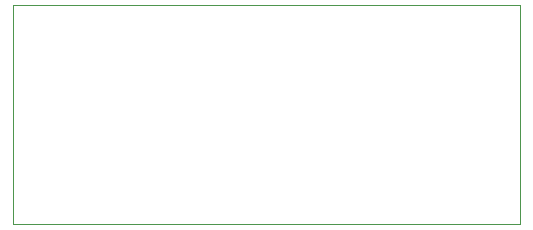
<source format=gm1>
G04 #@! TF.GenerationSoftware,KiCad,Pcbnew,5.1.2-f72e74a~84~ubuntu18.10.1*
G04 #@! TF.CreationDate,2019-07-18T21:48:07+02:00*
G04 #@! TF.ProjectId,esp12-dht22,65737031-322d-4646-9874-32322e6b6963,rev?*
G04 #@! TF.SameCoordinates,PX4129270PY6f2f610*
G04 #@! TF.FileFunction,Profile,NP*
%FSLAX46Y46*%
G04 Gerber Fmt 4.6, Leading zero omitted, Abs format (unit mm)*
G04 Created by KiCad (PCBNEW 5.1.2-f72e74a~84~ubuntu18.10.1) date 2019-07-18 21:48:07*
%MOMM*%
%LPD*%
G04 APERTURE LIST*
%ADD10C,0.050000*%
G04 APERTURE END LIST*
D10*
X0Y0D02*
X0Y18542000D01*
X42926000Y0D02*
X0Y0D01*
X42926000Y18542000D02*
X42926000Y0D01*
X0Y18542000D02*
X42926000Y18542000D01*
M02*

</source>
